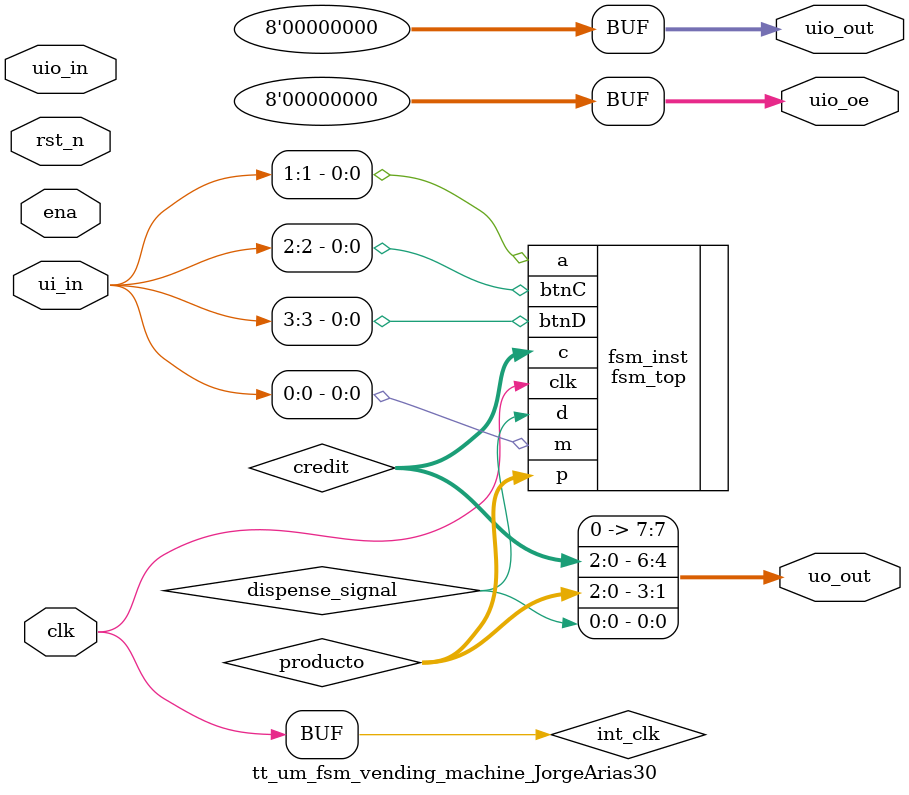
<source format=v>
`default_nettype none
module tt_um_fsm_vending_machine_JorgeArias30 (
    input  wire [7:0] ui_in,     // ui_in[0]: moneda (m), ui_in[1]: aceptar (a), ui_in[2]: reset FSM Moore, ui_in[3]: reset FSM Mealy
    output wire [7:0] uo_out,    // uo_out[0]: señal de dispensado, uo_out[3:1]: producto, uo_out[6:4]: crédito
    input  wire [7:0] uio_in,
    output wire [7:0] uio_out,
    output wire [7:0] uio_oe,
    input  wire clk,
    input  wire ena,
    input  wire rst_n
);

    // Señales internas
    wire int_clk;
    wire [2:0] credit;
    wire dispense_signal;
    wire [2:0] producto;

    // Prescaler de reloj 
    assign int_clk = clk;

    // Instancia del módulo FSM
    fsm_top fsm_inst (
        .clk(int_clk),
        .m(ui_in[0]),
        .a(ui_in[1]),
        .btnC(ui_in[2]),
        .btnD(ui_in[3]),
        .d(dispense_signal),
        .p(producto),
        .c(credit)
    );

    // Salida combinada
    assign uo_out[0]   = dispense_signal;
    assign uo_out[3:1] = producto;
    assign uo_out[6:4] = credit;
    assign uo_out[7]   = 1'b0;

    // Pines bidireccionales en alta impedancia
    assign uio_out = 8'b0;
    assign uio_oe  = 8'b0;

endmodule
























/*module tt_um_fsm_vending_machine_JorgeArias30(
//    input  wire [7:0] ui_in,     // ui_in[0]: moneda (m), ui_in[1]: aceptar (a), ui_in[2]: reset FSM Moore, ui_in[3]: reset FSM Mealy
    output wire [7:0] uo_out,    // uo_out[0]: señal de dispensado, uo_out[3:1]: producto, uo_out[6:4]: crédito
    input  wire [7:0] uio_in,
    output wire [7:0] uio_out,
    output wire [7:0] uio_oe,
    input  wire clk,
    input  wire ena,
    input  wire rst_n
);

    // Señales internas
    wire int_clk;
    wire [2:0] credit;
    wire dispense_signal;
    wire [2:0] producto;


fsm_top fsm_inst (
                  .clk(int_clk),
                  .m([0]ui_in),
                  .a([1]ui_in),
                  .btnC([1]ui_in),
                  .btnD([1]ui_in),
                  .d([0]uio_out),
                  .p([1:3]uio_out),
                  .c([4:6]uio_out)
                  );




    // Salida combinada
    assign uo_out[0]   = dispense_signal; // señal de dispensado
    assign uo_out[3:1] = producto;        // código del producto
    assign uo_out[6:4] = credit;          // crédito actual
    assign uo_out[7]   = 1'b0;            // sin uso

    // Pines bidireccionales en alta impedancia
    assign uio_out = 8'b0;
    assign uio_oe  = 8'b0;

endmodule
*/

</source>
